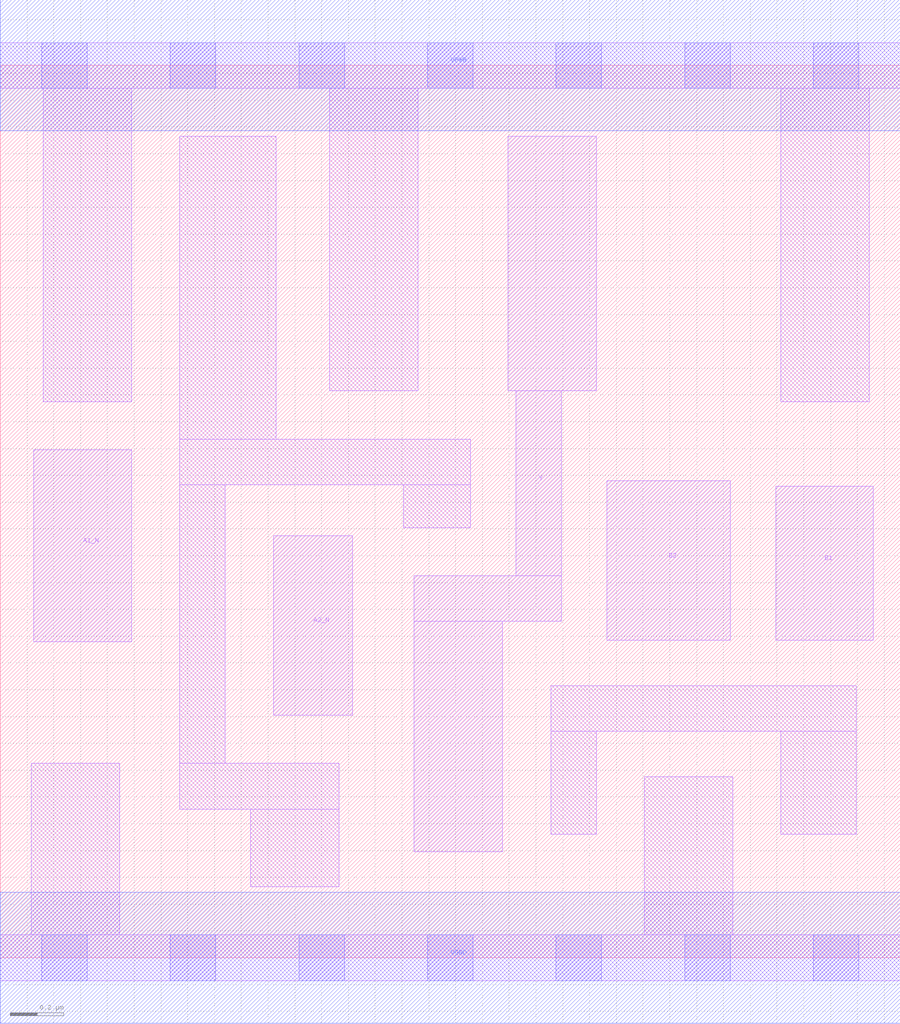
<source format=lef>
# Copyright 2020 The SkyWater PDK Authors
#
# Licensed under the Apache License, Version 2.0 (the "License");
# you may not use this file except in compliance with the License.
# You may obtain a copy of the License at
#
#     https://www.apache.org/licenses/LICENSE-2.0
#
# Unless required by applicable law or agreed to in writing, software
# distributed under the License is distributed on an "AS IS" BASIS,
# WITHOUT WARRANTIES OR CONDITIONS OF ANY KIND, either express or implied.
# See the License for the specific language governing permissions and
# limitations under the License.
#
# SPDX-License-Identifier: Apache-2.0

VERSION 5.7 ;
  NAMESCASESENSITIVE ON ;
  NOWIREEXTENSIONATPIN ON ;
  DIVIDERCHAR "/" ;
  BUSBITCHARS "[]" ;
UNITS
  DATABASE MICRONS 200 ;
END UNITS
MACRO sky130_fd_sc_lp__o2bb2ai_lp
  CLASS CORE ;
  SOURCE USER ;
  FOREIGN sky130_fd_sc_lp__o2bb2ai_lp ;
  ORIGIN  0.000000  0.000000 ;
  SIZE  3.360000 BY  3.330000 ;
  SYMMETRY X Y R90 ;
  SITE unit ;
  PIN A1_N
    ANTENNAGATEAREA  0.313000 ;
    DIRECTION INPUT ;
    USE SIGNAL ;
    PORT
      LAYER li1 ;
        RECT 0.125000 1.180000 0.490000 1.895000 ;
    END
  END A1_N
  PIN A2_N
    ANTENNAGATEAREA  0.313000 ;
    DIRECTION INPUT ;
    USE SIGNAL ;
    PORT
      LAYER li1 ;
        RECT 1.020000 0.905000 1.315000 1.575000 ;
    END
  END A2_N
  PIN B1
    ANTENNAGATEAREA  0.313000 ;
    DIRECTION INPUT ;
    USE SIGNAL ;
    PORT
      LAYER li1 ;
        RECT 2.895000 1.185000 3.260000 1.760000 ;
    END
  END B1
  PIN B2
    ANTENNAGATEAREA  0.313000 ;
    DIRECTION INPUT ;
    USE SIGNAL ;
    PORT
      LAYER li1 ;
        RECT 2.265000 1.185000 2.725000 1.780000 ;
    END
  END B2
  PIN Y
    ANTENNADIFFAREA  0.399700 ;
    DIRECTION OUTPUT ;
    USE SIGNAL ;
    PORT
      LAYER li1 ;
        RECT 1.545000 0.395000 1.875000 1.255000 ;
        RECT 1.545000 1.255000 2.095000 1.425000 ;
        RECT 1.895000 2.115000 2.225000 3.065000 ;
        RECT 1.925000 1.425000 2.095000 2.115000 ;
    END
  END Y
  PIN VGND
    DIRECTION INOUT ;
    USE GROUND ;
    PORT
      LAYER met1 ;
        RECT 0.000000 -0.245000 3.360000 0.245000 ;
    END
  END VGND
  PIN VPWR
    DIRECTION INOUT ;
    USE POWER ;
    PORT
      LAYER met1 ;
        RECT 0.000000 3.085000 3.360000 3.575000 ;
    END
  END VPWR
  OBS
    LAYER li1 ;
      RECT 0.000000 -0.085000 3.360000 0.085000 ;
      RECT 0.000000  3.245000 3.360000 3.415000 ;
      RECT 0.115000  0.085000 0.445000 0.725000 ;
      RECT 0.160000  2.075000 0.490000 3.245000 ;
      RECT 0.670000  0.555000 1.265000 0.725000 ;
      RECT 0.670000  0.725000 0.840000 1.765000 ;
      RECT 0.670000  1.765000 1.755000 1.935000 ;
      RECT 0.670000  1.935000 1.030000 3.065000 ;
      RECT 0.935000  0.265000 1.265000 0.555000 ;
      RECT 1.230000  2.115000 1.560000 3.245000 ;
      RECT 1.505000  1.605000 1.755000 1.765000 ;
      RECT 2.055000  0.460000 2.225000 0.845000 ;
      RECT 2.055000  0.845000 3.195000 1.015000 ;
      RECT 2.405000  0.085000 2.735000 0.675000 ;
      RECT 2.915000  0.460000 3.195000 0.845000 ;
      RECT 2.915000  2.075000 3.245000 3.245000 ;
    LAYER mcon ;
      RECT 0.155000 -0.085000 0.325000 0.085000 ;
      RECT 0.155000  3.245000 0.325000 3.415000 ;
      RECT 0.635000 -0.085000 0.805000 0.085000 ;
      RECT 0.635000  3.245000 0.805000 3.415000 ;
      RECT 1.115000 -0.085000 1.285000 0.085000 ;
      RECT 1.115000  3.245000 1.285000 3.415000 ;
      RECT 1.595000 -0.085000 1.765000 0.085000 ;
      RECT 1.595000  3.245000 1.765000 3.415000 ;
      RECT 2.075000 -0.085000 2.245000 0.085000 ;
      RECT 2.075000  3.245000 2.245000 3.415000 ;
      RECT 2.555000 -0.085000 2.725000 0.085000 ;
      RECT 2.555000  3.245000 2.725000 3.415000 ;
      RECT 3.035000 -0.085000 3.205000 0.085000 ;
      RECT 3.035000  3.245000 3.205000 3.415000 ;
  END
END sky130_fd_sc_lp__o2bb2ai_lp

</source>
